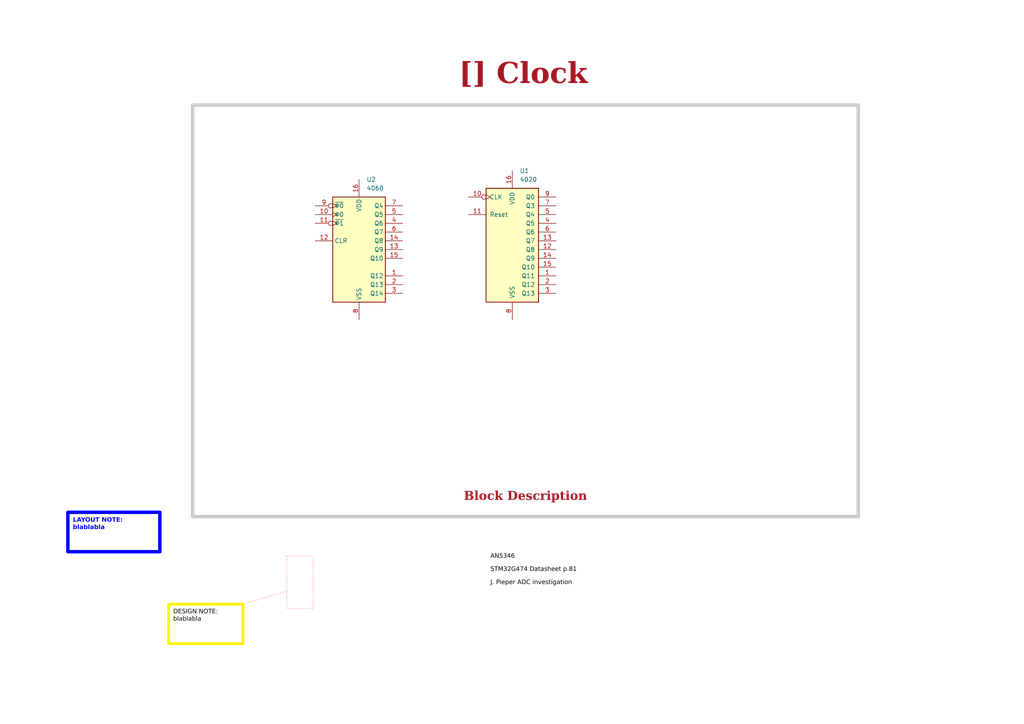
<source format=kicad_sch>
(kicad_sch (version 20250114) (generator "eeschema") (generator_version "9.0")
  (paper "A4")
  (title_block (title "Clock") (date "2025-01-12") (rev "${REVISION}") (company "${COMPANY}"))
  (lib_symbols
    (symbol "4xxx:4020" (pin_names (offset 1.016))
      (property "Reference" "U" (at -7.62 16.51 0))
      (property "Value" "4020" (at -7.62 -19.05 0))
      (symbol "4020_1_0"
        (pin input inverted_clock (at -12.7 12.7 0) (length 5.08) (name "CLK") (number "10"))
        (pin input line (at -12.7 7.62 0) (length 5.08) (name "Reset") (number "11"))
        (pin power_in line (at 0 20.32 270) (length 5.08) (name "VDD") (number "16"))
        (pin power_in line (at 0 -22.86 90) (length 5.08) (name "VSS") (number "8"))
        (pin output line (at 12.7 12.7 180) (length 5.08) (name "Q0") (number "9"))
        (pin output line (at 12.7 10.16 180) (length 5.08) (name "Q3") (number "7"))
        (pin output line (at 12.7 7.62 180) (length 5.08) (name "Q4") (number "5"))
        (pin output line (at 12.7 5.08 180) (length 5.08) (name "Q5") (number "4"))
        (pin output line (at 12.7 2.54 180) (length 5.08) (name "Q6") (number "6"))
        (pin output line (at 12.7 0 180) (length 5.08) (name "Q7") (number "13"))
        (pin output line (at 12.7 -2.54 180) (length 5.08) (name "Q8") (number "12"))
        (pin output line (at 12.7 -5.08 180) (length 5.08) (name "Q9") (number "14"))
        (pin output line (at 12.7 -7.62 180) (length 5.08) (name "Q10") (number "15"))
        (pin output line (at 12.7 -10.16 180) (length 5.08) (name "Q11") (number "1"))
        (pin output line (at 12.7 -12.7 180) (length 5.08) (name "Q12") (number "2"))
        (pin output line (at 12.7 -15.24 180) (length 5.08) (name "Q13") (number "3"))
      )
      (symbol "4020_1_1"
        (rectangle (start -7.62 15.24) (end 7.62 -17.78) (stroke (width 0.254)) (fill (type background)))
      )
    )
    (symbol "4xxx:4060"
      (property "Reference" "U" (at 5.08 16.51 0))
      (property "Value" "4060" (at 6.35 -16.51 0))
      (symbol "4060_1_0"
        (pin input inverted_clock (at -12.7 12.7 0) (length 5.08) (name "~{Φ0}") (number "9"))
        (pin input clock (at -12.7 10.16 0) (length 5.08) (name "Φ0") (number "10"))
        (pin input inverted_clock (at -12.7 7.62 0) (length 5.08) (name "~{Φ1}") (number "11"))
        (pin input line (at -12.7 2.54 0) (length 5.08) (name "CLR") (number "12"))
        (pin power_in line (at 0 20.32 270) (length 5.08) (name "VDD") (number "16"))
        (pin power_in line (at 0 -20.32 90) (length 5.08) (name "VSS") (number "8"))
        (pin output line (at 12.7 12.7 180) (length 5.08) (name "Q4") (number "7"))
        (pin output line (at 12.7 10.16 180) (length 5.08) (name "Q5") (number "5"))
        (pin output line (at 12.7 7.62 180) (length 5.08) (name "Q6") (number "4"))
        (pin output line (at 12.7 5.08 180) (length 5.08) (name "Q7") (number "6"))
        (pin output line (at 12.7 2.54 180) (length 5.08) (name "Q8") (number "14"))
        (pin output line (at 12.7 0 180) (length 5.08) (name "Q9") (number "13"))
        (pin output line (at 12.7 -2.54 180) (length 5.08) (name "Q10") (number "15"))
        (pin output line (at 12.7 -7.62 180) (length 5.08) (name "Q12") (number "1"))
        (pin output line (at 12.7 -10.16 180) (length 5.08) (name "Q13") (number "2"))
        (pin output line (at 12.7 -12.7 180) (length 5.08) (name "Q14") (number "3"))
      )
      (symbol "4060_1_1"
        (rectangle (start -7.62 15.24) (end 7.62 -15.24) (stroke (width 0.254)) (fill (type background)))
      )
    )
  )
  (rectangle (start 83.185 161.29) (end 90.805 176.53) (stroke (width 0) (type dot) (color 255 0 0 1)))
  (rectangle (start 55.88 30.48) (end 248.92 149.86) (stroke (width 1) (color 200 200 200 1)))
  (text "J. Pieper ADC investigation" (at 142.24 170.18 0) (effects (font (size 1.27 1.27)) (justify left bottom)))
  (text "STM32G474 Datasheet p.81" (at 142.24 166.37 0) (effects (font (size 1.27 1.27)) (justify left bottom)))
  (text "AN5346" (at 142.24 162.56 0) (effects (font (size 1.27 1.27)) (justify left bottom)))
  (text_box "LAYOUT NOTE:\nblablabla" (at 19.685 148.59 0) (size 26.67 11.43) (margins 1.4525 1.4525 1.4525 1.4525) (stroke (width 1) (color 0 0 255 1)) (effects (font (size 1.27 1.27) (thickness 0.4) (bold yes)) (justify left top)))
  (text_box "[${#}] ${TITLE}" (at 115.57 15.24 0) (size 72.39 12.7) (margins 4.4999 4.4999 4.4999 4.4999) (stroke (width -0.0001)) (effects (font (size 6 6) (thickness 1.2) (bold yes))))
  (text_box "Block Description" (at 57.15 139.7 0) (size 190.5 7.62) (margins 1.9049 1.9049 1.9049 1.9049) (stroke (width -0.0001)) (effects (font (size 2.54 2.54) (thickness 0.508) (bold yes)) (justify bottom)))
  (text_box "DESIGN NOTE:\nblablabla" (at 48.895 175.26 0) (size 21.59 11.43) (margins 1.3525 1.3525 1.3525 1.3525) (stroke (width 0.8) (color 250 236 0 1)) (effects (font (size 1.27 1.27)) (justify left top)))
  (polyline (pts (xy 83.185 171.45) (xy 70.485 175.26)) (stroke (width 0) (type dot) (color 255 0 0 1)))
  (symbol (lib_id "4xxx:4020") (at 148.59 69.85 0) (unit 1)
    (property "Reference" "U1" (at 150.7333 49.53 0) (effects (justify left)))
    (property "Value" "4020" (at 150.7333 52.07 0) (effects (justify left)))
    (property "Datasheet" "http://www.intersil.com/content/dam/Intersil/documents/cd40/cd4020bms-24bms-40bms.pdf" (effects (hide yes)))
    (property "Description" "Binary counter 14 stages (asynchronous)" (effects (hide yes)))
  )
  (symbol (lib_id "4xxx:4060") (at 104.14 72.39 0) (unit 1)
    (property "Reference" "U2" (at 106.2833 52.07 0) (effects (justify left)))
    (property "Value" "4060" (at 106.2833 54.61 0) (effects (justify left)))
    (property "Datasheet" "https://www.st.com/resource/en/datasheet/m74hc4060.pdf" (effects (hide yes)))
    (property "Description" "Binary counter (14-stages) and oscillator" (effects (hide yes)))
  )
)
</source>
